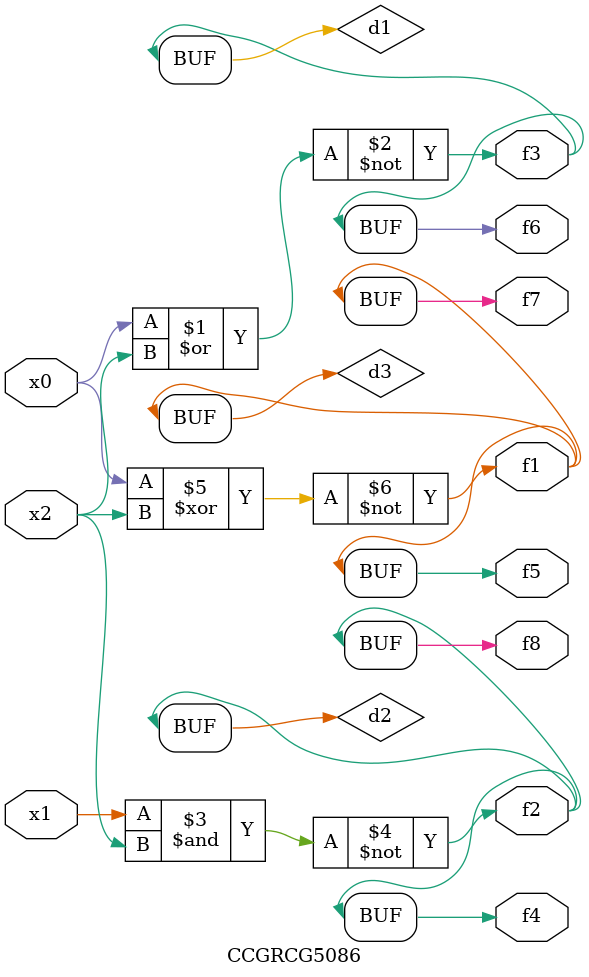
<source format=v>
module CCGRCG5086(
	input x0, x1, x2,
	output f1, f2, f3, f4, f5, f6, f7, f8
);

	wire d1, d2, d3;

	nor (d1, x0, x2);
	nand (d2, x1, x2);
	xnor (d3, x0, x2);
	assign f1 = d3;
	assign f2 = d2;
	assign f3 = d1;
	assign f4 = d2;
	assign f5 = d3;
	assign f6 = d1;
	assign f7 = d3;
	assign f8 = d2;
endmodule

</source>
